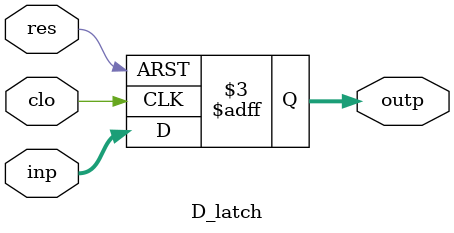
<source format=v>
`timescale 1ns / 1ps
module D_latch(inp,outp,clo ,res
    );
	 input [3:0]inp;
	 input clo,res;
	 output reg [3:0]outp;
	 
	 always @(posedge clo,posedge res)
	 begin
	 if (res==1)
	 begin
	 outp<=0;
	 end
	 else
	 outp <= inp;
	 
	 end


endmodule

</source>
